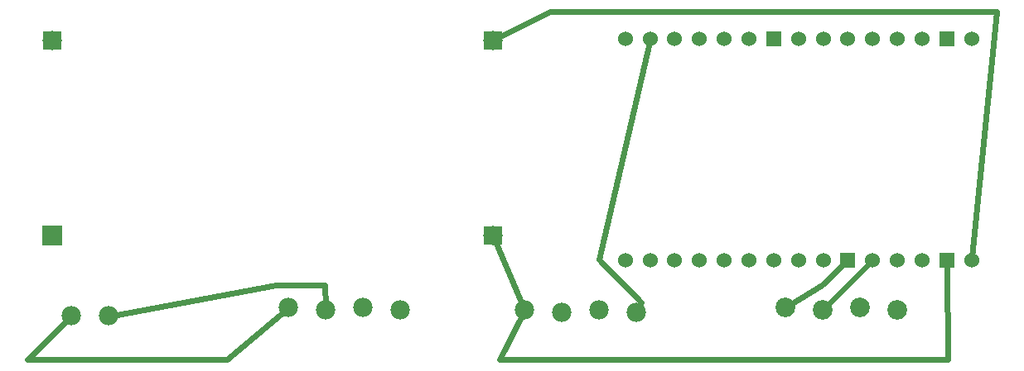
<source format=gtl>
G04 MADE WITH FRITZING*
G04 WWW.FRITZING.ORG*
G04 DOUBLE SIDED*
G04 HOLES PLATED*
G04 CONTOUR ON CENTER OF CONTOUR VECTOR*
%ASAXBY*%
%FSLAX23Y23*%
%MOIN*%
%OFA0B0*%
%SFA1.0B1.0*%
%ADD10C,0.060000*%
%ADD11C,0.078000*%
%ADD12C,0.079370*%
%ADD13R,0.060028X0.060014*%
%ADD14R,0.060028X0.060000*%
%ADD15R,0.080000X0.080000*%
%ADD16R,0.078000X0.078000*%
%ADD17C,0.024000*%
%LNCOPPER1*%
G90*
G70*
G54D10*
X3874Y459D03*
X3775Y459D03*
X3675Y459D03*
X3576Y459D03*
X3476Y459D03*
X3376Y459D03*
X3277Y459D03*
X3177Y459D03*
X3078Y459D03*
X2978Y459D03*
X2879Y459D03*
X2779Y459D03*
X2679Y459D03*
X2580Y459D03*
X2480Y459D03*
X2480Y1353D03*
X2580Y1353D03*
X2679Y1353D03*
X2779Y1353D03*
X2879Y1353D03*
X2978Y1353D03*
X3078Y1353D03*
X3177Y1353D03*
X3277Y1353D03*
X3376Y1353D03*
X3476Y1353D03*
X3576Y1353D03*
X3675Y1353D03*
X3775Y1353D03*
X3874Y1353D03*
G54D11*
X176Y1346D03*
X175Y559D03*
X1947Y1346D03*
X1947Y559D03*
X400Y234D03*
X250Y234D03*
G54D12*
X3575Y259D03*
X3425Y269D03*
X3275Y259D03*
X3125Y269D03*
G54D11*
X1575Y259D03*
X1425Y269D03*
X1275Y259D03*
X1125Y269D03*
X2525Y249D03*
X2375Y259D03*
X2225Y249D03*
X2075Y259D03*
G54D13*
X3775Y459D03*
X3376Y459D03*
G54D14*
X3078Y1353D03*
X3775Y1353D03*
G54D15*
X176Y559D03*
G54D16*
X176Y1346D03*
X1947Y1346D03*
X1947Y559D03*
G54D17*
X1111Y257D02*
X878Y60D01*
D02*
X878Y60D02*
X75Y60D01*
D02*
X75Y60D02*
X237Y220D01*
D02*
X1275Y278D02*
X1273Y359D01*
D02*
X1273Y359D02*
X1075Y359D01*
D02*
X1075Y359D02*
X419Y237D01*
D02*
X2577Y1339D02*
X2375Y461D01*
D02*
X2375Y461D02*
X2544Y288D01*
D02*
X2544Y288D02*
X2534Y266D01*
D02*
X3974Y1462D02*
X3876Y473D01*
D02*
X2177Y1462D02*
X3974Y1462D01*
D02*
X1964Y1355D02*
X2177Y1462D01*
D02*
X3466Y449D02*
X3289Y273D01*
D02*
X3273Y359D02*
X3366Y449D01*
D02*
X3142Y279D02*
X3273Y359D01*
D02*
X2067Y242D02*
X1974Y60D01*
D02*
X1974Y60D02*
X3777Y60D01*
D02*
X3777Y60D02*
X3775Y445D01*
D02*
X1954Y541D02*
X2068Y276D01*
G04 End of Copper1*
M02*
</source>
